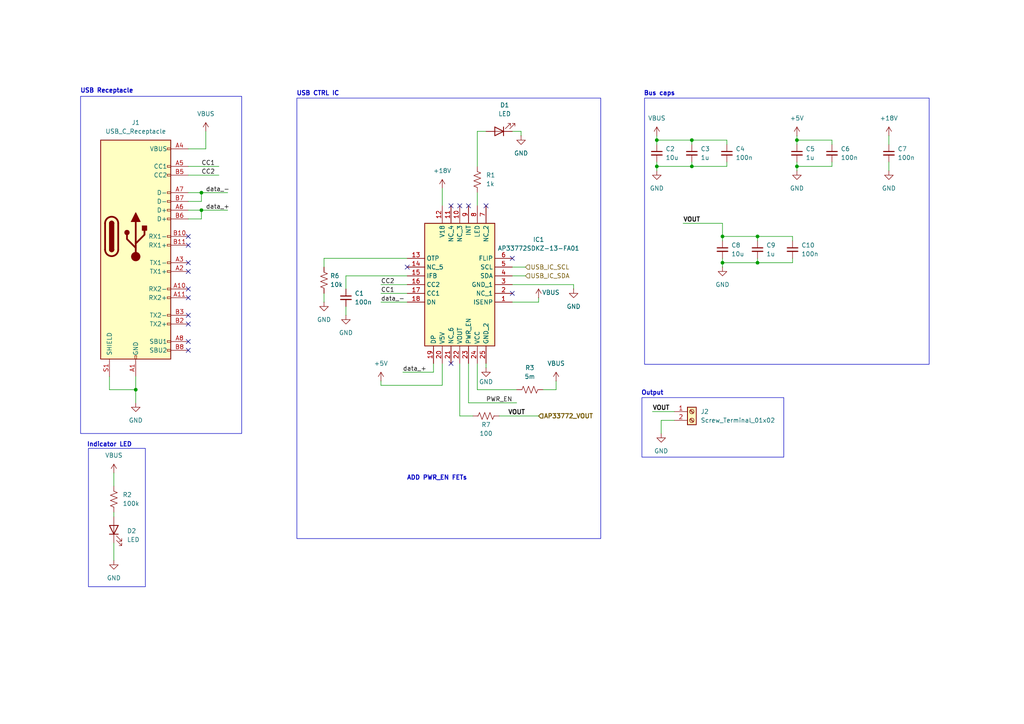
<source format=kicad_sch>
(kicad_sch (version 20250114) (generator "eeschema") (generator_version "9.0")
  (paper "A4")
  (lib_symbols
    (symbol "AP33772SDKZ-13-FA01:AP33772SDKZ-13-FA01"
      (property "Reference" "IC" (at 26.67 17.78 0))
      (property "Value" "AP33772SDKZ-13-FA01" (at 26.67 15.24 0))
      (symbol "AP33772SDKZ-13-FA01_1_1"
        (rectangle (start 5.08 12.7) (end 25.4 -22.86) (stroke (width 0.254)) (fill (type background)))
        (pin passive line (at 0 0 0) (length 5.08) (name "ISENP") (number "1"))
        (pin passive line (at 0 -2.54 0) (length 5.08) (name "NC_1") (number "2"))
        (pin passive line (at 0 -5.08 0) (length 5.08) (name "GND_1") (number "3"))
        (pin passive line (at 0 -7.62 0) (length 5.08) (name "SDA") (number "4"))
        (pin passive line (at 0 -10.16 0) (length 5.08) (name "SCL") (number "5"))
        (pin passive line (at 0 -12.7 0) (length 5.08) (name "FLIP") (number "6"))
        (pin passive line (at 7.62 17.78 270) (length 5.08) (name "GND_2") (number "25"))
        (pin passive line (at 7.62 -27.94 90) (length 5.08) (name "NC_2") (number "7"))
        (pin passive line (at 10.16 17.78 270) (length 5.08) (name "VCC") (number "24"))
        (pin passive line (at 10.16 -27.94 90) (length 5.08) (name "LED") (number "8"))
        (pin passive line (at 12.7 17.78 270) (length 5.08) (name "PWR_EN") (number "23"))
        (pin passive line (at 12.7 -27.94 90) (length 5.08) (name "INT") (number "9"))
        (pin passive line (at 15.24 17.78 270) (length 5.08) (name "VOUT") (number "22"))
        (pin passive line (at 15.24 -27.94 90) (length 5.08) (name "NC_3") (number "10"))
        (pin passive line (at 17.78 17.78 270) (length 5.08) (name "NC_6") (number "21"))
        (pin passive line (at 17.78 -27.94 90) (length 5.08) (name "NC_4") (number "11"))
        (pin passive line (at 20.32 17.78 270) (length 5.08) (name "V5V") (number "20"))
        (pin passive line (at 20.32 -27.94 90) (length 5.08) (name "V18") (number "12"))
        (pin passive line (at 22.86 17.78 270) (length 5.08) (name "DP") (number "19"))
        (pin passive line (at 30.48 0 180) (length 5.08) (name "DN") (number "18"))
        (pin passive line (at 30.48 -2.54 180) (length 5.08) (name "CC1") (number "17"))
        (pin passive line (at 30.48 -5.08 180) (length 5.08) (name "CC2") (number "16"))
        (pin passive line (at 30.48 -7.62 180) (length 5.08) (name "IFB") (number "15"))
        (pin passive line (at 30.48 -10.16 180) (length 5.08) (name "NC_5") (number "14"))
        (pin passive line (at 30.48 -12.7 180) (length 5.08) (name "OTP") (number "13"))
      )
    )
    (symbol "Connector:Screw_Terminal_01x02" (pin_names (offset 1.016) (hide yes))
      (property "Reference" "J" (at 0 2.54 0))
      (property "Value" "Screw_Terminal_01x02" (at 0 -5.08 0))
      (symbol "Screw_Terminal_01x02_1_1"
        (rectangle (start -1.27 1.27) (end 1.27 -3.81) (stroke (width 0.254)) (fill (type background)))
        (polyline (pts (xy -0.5334 0.3302) (xy 0.3302 -0.508)) (stroke (width 0.1524)))
        (polyline (pts (xy -0.5334 -2.2098) (xy 0.3302 -3.048)) (stroke (width 0.1524)))
        (polyline (pts (xy -0.3556 0.508) (xy 0.508 -0.3302)) (stroke (width 0.1524)))
        (polyline (pts (xy -0.3556 -2.032) (xy 0.508 -2.8702)) (stroke (width 0.1524)))
        (circle (center 0 0) (radius 0.635) (stroke (width 0.1524)))
        (circle (center 0 -2.54) (radius 0.635) (stroke (width 0.1524)))
        (pin passive line (at -5.08 0 0) (length 3.81) (name "Pin_1") (number "1"))
        (pin passive line (at -5.08 -2.54 0) (length 3.81) (name "Pin_2") (number "2"))
      )
    )
    (symbol "Connector:USB_C_Receptacle" (pin_names (offset 1.016))
      (property "Reference" "J" (at -10.16 29.21 0))
      (property "Value" "USB_C_Receptacle" (at 10.16 29.21 0))
      (symbol "USB_C_Receptacle_0_0"
        (rectangle (start -0.254 -35.56) (end 0.254 -34.544))
        (rectangle (start 10.16 25.654) (end 9.144 25.146))
        (rectangle (start 10.16 20.574) (end 9.144 20.066))
        (rectangle (start 10.16 18.034) (end 9.144 17.526))
        (rectangle (start 10.16 12.954) (end 9.144 12.446))
        (rectangle (start 10.16 10.414) (end 9.144 9.906))
        (rectangle (start 10.16 7.874) (end 9.144 7.366))
        (rectangle (start 10.16 5.334) (end 9.144 4.826))
        (rectangle (start 10.16 0.254) (end 9.144 -0.254))
        (rectangle (start 10.16 -2.286) (end 9.144 -2.794))
        (rectangle (start 10.16 -7.366) (end 9.144 -7.874))
        (rectangle (start 10.16 -9.906) (end 9.144 -10.414))
        (rectangle (start 10.16 -14.986) (end 9.144 -15.494))
        (rectangle (start 10.16 -17.526) (end 9.144 -18.034))
        (rectangle (start 10.16 -22.606) (end 9.144 -23.114))
        (rectangle (start 10.16 -25.146) (end 9.144 -25.654))
        (rectangle (start 10.16 -30.226) (end 9.144 -30.734))
        (rectangle (start 10.16 -32.766) (end 9.144 -33.274))
      )
      (symbol "USB_C_Receptacle_0_1"
        (rectangle (start -10.16 27.94) (end 10.16 -35.56) (stroke (width 0.254)) (fill (type background)))
        (polyline (pts (xy -8.89 -3.81) (xy -8.89 3.81)) (stroke (width 0.508)))
        (rectangle (start -7.62 -3.81) (end -6.35 3.81) (stroke (width 0.254)) (fill (type outline)))
        (arc (start -7.62 3.81) (mid -6.985 4.4423) (end -6.35 3.81) (stroke (width 0.254)))
        (arc (start -7.62 3.81) (mid -6.985 4.4423) (end -6.35 3.81) (stroke (width 0.254)) (fill (type outline)))
        (arc (start -8.89 3.81) (mid -6.985 5.7067) (end -5.08 3.81) (stroke (width 0.508)))
        (arc (start -5.08 -3.81) (mid -6.985 -5.7067) (end -8.89 -3.81) (stroke (width 0.508)))
        (arc (start -6.35 -3.81) (mid -6.985 -4.4423) (end -7.62 -3.81) (stroke (width 0.254)))
        (arc (start -6.35 -3.81) (mid -6.985 -4.4423) (end -7.62 -3.81) (stroke (width 0.254)) (fill (type outline)))
        (polyline (pts (xy -5.08 3.81) (xy -5.08 -3.81)) (stroke (width 0.508)))
      )
      (symbol "USB_C_Receptacle_1_1"
        (circle (center -2.54 1.143) (radius 0.635) (stroke (width 0.254)) (fill (type outline)))
        (polyline (pts (xy -1.27 4.318) (xy 0 6.858) (xy 1.27 4.318) (xy -1.27 4.318)) (stroke (width 0.254)) (fill (type outline)))
        (polyline (pts (xy 0 -2.032) (xy 2.54 0.508) (xy 2.54 1.778)) (stroke (width 0.508)))
        (polyline (pts (xy 0 -3.302) (xy -2.54 -0.762) (xy -2.54 0.508)) (stroke (width 0.508)))
        (polyline (pts (xy 0 -5.842) (xy 0 4.318)) (stroke (width 0.508)))
        (circle (center 0 -5.842) (radius 1.27) (fill (type outline)))
        (rectangle (start 1.905 1.778) (end 3.175 3.048) (stroke (width 0.254)) (fill (type outline)))
        (pin passive line (at -7.62 -40.64 90) (length 5.08) (name "SHIELD") (number "S1"))
        (pin passive line (at 0 -40.64 90) (length 5.08) (name "GND") (number "A1"))
        (pin passive line (at 0 -40.64 90) (length 5.08) (hide yes) (name "GND") (number "A12"))
        (pin passive line (at 0 -40.64 90) (length 5.08) (hide yes) (name "GND") (number "B1"))
        (pin passive line (at 0 -40.64 90) (length 5.08) (hide yes) (name "GND") (number "B12"))
        (pin passive line (at 15.24 25.4 180) (length 5.08) (name "VBUS") (number "A4"))
        (pin passive line (at 15.24 25.4 180) (length 5.08) (hide yes) (name "VBUS") (number "A9"))
        (pin passive line (at 15.24 25.4 180) (length 5.08) (hide yes) (name "VBUS") (number "B4"))
        (pin passive line (at 15.24 25.4 180) (length 5.08) (hide yes) (name "VBUS") (number "B9"))
        (pin bidirectional line (at 15.24 20.32 180) (length 5.08) (name "CC1") (number "A5"))
        (pin bidirectional line (at 15.24 17.78 180) (length 5.08) (name "CC2") (number "B5"))
        (pin bidirectional line (at 15.24 12.7 180) (length 5.08) (name "D-") (number "A7"))
        (pin bidirectional line (at 15.24 10.16 180) (length 5.08) (name "D-") (number "B7"))
        (pin bidirectional line (at 15.24 7.62 180) (length 5.08) (name "D+") (number "A6"))
        (pin bidirectional line (at 15.24 5.08 180) (length 5.08) (name "D+") (number "B6"))
        (pin bidirectional line (at 15.24 0 180) (length 5.08) (name "RX1-") (number "B10"))
        (pin bidirectional line (at 15.24 -2.54 180) (length 5.08) (name "RX1+") (number "B11"))
        (pin bidirectional line (at 15.24 -7.62 180) (length 5.08) (name "TX1-") (number "A3"))
        (pin bidirectional line (at 15.24 -10.16 180) (length 5.08) (name "TX1+") (number "A2"))
        (pin bidirectional line (at 15.24 -15.24 180) (length 5.08) (name "RX2-") (number "A10"))
        (pin bidirectional line (at 15.24 -17.78 180) (length 5.08) (name "RX2+") (number "A11"))
        (pin bidirectional line (at 15.24 -22.86 180) (length 5.08) (name "TX2-") (number "B3"))
        (pin bidirectional line (at 15.24 -25.4 180) (length 5.08) (name "TX2+") (number "B2"))
        (pin bidirectional line (at 15.24 -30.48 180) (length 5.08) (name "SBU1") (number "A8"))
        (pin bidirectional line (at 15.24 -33.02 180) (length 5.08) (name "SBU2") (number "B8"))
      )
    )
    (symbol "Device:C_Small" (pin_numbers (hide yes)) (pin_names (offset 0.254) (hide yes))
      (property "Reference" "C" (at 0.254 1.778 0))
      (property "Value" "C_Small" (at 0.254 -2.032 0))
      (symbol "C_Small_0_1"
        (polyline (pts (xy -1.524 0.508) (xy 1.524 0.508)) (stroke (width 0.3048)))
        (polyline (pts (xy -1.524 -0.508) (xy 1.524 -0.508)) (stroke (width 0.3302)))
      )
      (symbol "C_Small_1_1"
        (pin passive line (at 0 2.54 270) (length 2.032) (name "~") (number "1"))
        (pin passive line (at 0 -2.54 90) (length 2.032) (name "~") (number "2"))
      )
    )
    (symbol "Device:LED" (pin_numbers (hide yes)) (pin_names (offset 1.016) (hide yes))
      (property "Reference" "D" (at 0 2.54 0))
      (property "Value" "LED" (at 0 -2.54 0))
      (symbol "LED_0_1"
        (polyline (pts (xy -3.048 -0.762) (xy -4.572 -2.286) (xy -3.81 -2.286) (xy -4.572 -2.286) (xy -4.572 -1.524)))
        (polyline (pts (xy -1.778 -0.762) (xy -3.302 -2.286) (xy -2.54 -2.286) (xy -3.302 -2.286) (xy -3.302 -1.524)))
        (polyline (pts (xy -1.27 0) (xy 1.27 0)))
        (polyline (pts (xy -1.27 -1.27) (xy -1.27 1.27)) (stroke (width 0.254)))
        (polyline (pts (xy 1.27 -1.27) (xy 1.27 1.27) (xy -1.27 0) (xy 1.27 -1.27)) (stroke (width 0.254)))
      )
      (symbol "LED_1_1"
        (pin passive line (at -3.81 0 0) (length 2.54) (name "K") (number "1"))
        (pin passive line (at 3.81 0 180) (length 2.54) (name "A") (number "2"))
      )
    )
    (symbol "Device:R_US" (pin_numbers (hide yes)) (pin_names (offset 0))
      (property "Reference" "R" (at 2.54 0 90))
      (property "Value" "R_US" (at -2.54 0 90))
      (symbol "R_US_0_1"
        (polyline (pts (xy 0 2.286) (xy 0 2.54)))
        (polyline (pts (xy 0 2.286) (xy 1.016 1.905) (xy 0 1.524) (xy -1.016 1.143) (xy 0 0.762)))
        (polyline (pts (xy 0 0.762) (xy 1.016 0.381) (xy 0 0) (xy -1.016 -0.381) (xy 0 -0.762)))
        (polyline (pts (xy 0 -0.762) (xy 1.016 -1.143) (xy 0 -1.524) (xy -1.016 -1.905) (xy 0 -2.286)))
        (polyline (pts (xy 0 -2.286) (xy 0 -2.54)))
      )
      (symbol "R_US_1_1"
        (pin passive line (at 0 3.81 270) (length 1.27) (name "~") (number "1"))
        (pin passive line (at 0 -3.81 90) (length 1.27) (name "~") (number "2"))
      )
    )
    (symbol "power:+5V" (power) (pin_numbers (hide yes)) (pin_names (offset 0) (hide yes))
      (property "Value" "+5V" (at 0 3.556 0))
      (symbol "+5V_0_1"
        (polyline (pts (xy -0.762 1.27) (xy 0 2.54)))
        (polyline (pts (xy 0 2.54) (xy 0.762 1.27)))
        (polyline (pts (xy 0 0) (xy 0 2.54)))
      )
      (symbol "+5V_1_1"
        (pin power_in line (at 0 0 90) (length 0) (name "~") (number "1"))
      )
    )
    (symbol "power:GND" (power) (pin_numbers (hide yes)) (pin_names (offset 0) (hide yes))
      (property "Value" "GND" (at 0 -3.81 0))
      (symbol "GND_0_1"
        (polyline (pts (xy 0 0) (xy 0 -1.27) (xy 1.27 -1.27) (xy 0 -2.54) (xy -1.27 -1.27) (xy 0 -1.27)))
      )
      (symbol "GND_1_1"
        (pin power_in line (at 0 0 270) (length 0) (name "~") (number "1"))
      )
    )
    (symbol "power:VBUS" (power) (pin_numbers (hide yes)) (pin_names (offset 0) (hide yes))
      (property "Value" "VBUS" (at 0 3.556 0))
      (symbol "VBUS_0_1"
        (polyline (pts (xy -0.762 1.27) (xy 0 2.54)))
        (polyline (pts (xy 0 2.54) (xy 0.762 1.27)))
        (polyline (pts (xy 0 0) (xy 0 2.54)))
      )
      (symbol "VBUS_1_1"
        (pin power_in line (at 0 0 90) (length 0) (name "~") (number "1"))
      )
    )
  )
  (rectangle (start 23.368 27.94) (end 70.104 125.73))
  (rectangle (start 25.654 130.048) (end 42.164 170.18))
  (rectangle (start 186.182 115.316) (end 227.33 132.588))
  (rectangle (start 186.944 28.448) (end 269.494 105.664))
  (rectangle (start 86.106 28.448) (end 174.244 156.21))
  (text "ADD PWR_EN FETs\n" (at 126.746 138.684 0) (effects (font (size 1.27 1.27) (thickness 0.254) (bold yes))))
  (text "USB Receptacle\n" (at 30.988 26.416 0) (effects (font (size 1.27 1.27) (thickness 0.254) (bold yes))))
  (text "Indicator LED\n" (at 31.75 129.032 0) (effects (font (size 1.27 1.27) (thickness 0.254) (bold yes))))
  (text "Bus caps\n\n" (at 191.262 28.194 0) (effects (font (size 1.27 1.27) (thickness 0.254) (bold yes))))
  (text "USB CTRL IC\n" (at 92.202 27.178 0) (effects (font (size 1.27 1.27) (thickness 0.254) (bold yes))))
  (text "Output\n\n" (at 189.23 115.062 0) (effects (font (size 1.27 1.27) (thickness 0.254) (bold yes))))
  (junction (at 231.14 48.26))
  (junction (at 200.66 40.64))
  (junction (at 231.14 40.64))
  (junction (at 39.37 113.03))
  (junction (at 219.71 76.2))
  (junction (at 219.71 68.58))
  (junction (at 209.55 76.2))
  (junction (at 190.5 48.26))
  (junction (at 200.66 48.26))
  (junction (at 190.5 40.64))
  (junction (at 58.42 55.88))
  (junction (at 58.42 60.96))
  (junction (at 209.55 68.58))
  (no_connect (at 54.61 83.82))
  (no_connect (at 54.61 78.74))
  (no_connect (at 54.61 68.58))
  (no_connect (at 54.61 76.2))
  (no_connect (at 130.81 105.41))
  (no_connect (at 140.97 59.69))
  (no_connect (at 130.81 59.69))
  (no_connect (at 133.35 59.69))
  (no_connect (at 148.59 74.93))
  (no_connect (at 54.61 101.6))
  (no_connect (at 135.89 59.69))
  (no_connect (at 54.61 86.36))
  (no_connect (at 54.61 91.44))
  (no_connect (at 148.59 85.09))
  (no_connect (at 54.61 99.06))
  (no_connect (at 118.11 77.47))
  (no_connect (at 54.61 93.98))
  (no_connect (at 54.61 71.12))
  (wire (pts (xy 59.69 43.18) (xy 54.61 43.18)))
  (wire (pts (xy 110.49 82.55) (xy 118.11 82.55)))
  (wire (pts (xy 118.11 74.93) (xy 93.98 74.93)))
  (wire (pts (xy 54.61 63.5) (xy 58.42 63.5)))
  (wire (pts (xy 257.81 46.99) (xy 257.81 49.53)))
  (wire (pts (xy 257.81 39.37) (xy 257.81 41.91)))
  (wire (pts (xy 190.5 40.64) (xy 200.66 40.64)))
  (wire (pts (xy 110.49 85.09) (xy 118.11 85.09)))
  (wire (pts (xy 209.55 68.58) (xy 219.71 68.58)))
  (wire (pts (xy 54.61 60.96) (xy 58.42 60.96)))
  (wire (pts (xy 133.35 120.65) (xy 137.16 120.65)))
  (wire (pts (xy 110.49 111.76) (xy 128.27 111.76)))
  (wire (pts (xy 148.59 80.01) (xy 152.4 80.01)))
  (wire (pts (xy 138.43 38.1) (xy 138.43 48.26)))
  (wire (pts (xy 128.27 111.76) (xy 128.27 105.41)))
  (wire (pts (xy 100.33 80.01) (xy 100.33 83.82)))
  (wire (pts (xy 200.66 48.26) (xy 210.82 48.26)))
  (wire (pts (xy 116.84 107.95) (xy 125.73 107.95)))
  (wire (pts (xy 33.02 137.16) (xy 33.02 140.97)))
  (wire (pts (xy 231.14 40.64) (xy 241.3 40.64)))
  (wire (pts (xy 58.42 58.42) (xy 54.61 58.42)))
  (wire (pts (xy 191.77 121.92) (xy 191.77 125.73)))
  (wire (pts (xy 54.61 48.26) (xy 63.5 48.26)))
  (wire (pts (xy 241.3 40.64) (xy 241.3 41.91)))
  (wire (pts (xy 219.71 68.58) (xy 229.87 68.58)))
  (wire (pts (xy 58.42 55.88) (xy 66.04 55.88)))
  (wire (pts (xy 195.58 121.92) (xy 191.77 121.92)))
  (wire (pts (xy 200.66 40.64) (xy 200.66 41.91)))
  (wire (pts (xy 166.37 82.55) (xy 148.59 82.55)))
  (wire (pts (xy 138.43 105.41) (xy 138.43 113.03)))
  (wire (pts (xy 144.78 120.65) (xy 156.21 120.65)))
  (wire (pts (xy 231.14 39.37) (xy 231.14 40.64)))
  (wire (pts (xy 219.71 68.58) (xy 219.71 69.85)))
  (wire (pts (xy 200.66 40.64) (xy 210.82 40.64)))
  (wire (pts (xy 148.59 87.63) (xy 156.21 87.63)))
  (wire (pts (xy 209.55 76.2) (xy 209.55 77.47)))
  (wire (pts (xy 135.89 105.41) (xy 135.89 116.84)))
  (wire (pts (xy 58.42 60.96) (xy 58.42 63.5)))
  (wire (pts (xy 58.42 55.88) (xy 58.42 58.42)))
  (wire (pts (xy 58.42 60.96) (xy 66.04 60.96)))
  (wire (pts (xy 59.69 38.1) (xy 59.69 43.18)))
  (wire (pts (xy 148.59 38.1) (xy 151.13 38.1)))
  (wire (pts (xy 209.55 64.77) (xy 209.55 68.58)))
  (wire (pts (xy 219.71 76.2) (xy 229.87 76.2)))
  (wire (pts (xy 100.33 88.9) (xy 100.33 91.44)))
  (wire (pts (xy 229.87 76.2) (xy 229.87 74.93)))
  (wire (pts (xy 198.12 64.77) (xy 209.55 64.77)))
  (wire (pts (xy 151.13 38.1) (xy 151.13 39.37)))
  (wire (pts (xy 200.66 46.99) (xy 200.66 48.26)))
  (wire (pts (xy 190.5 40.64) (xy 190.5 41.91)))
  (wire (pts (xy 54.61 55.88) (xy 58.42 55.88)))
  (wire (pts (xy 39.37 113.03) (xy 39.37 116.84)))
  (wire (pts (xy 209.55 76.2) (xy 219.71 76.2)))
  (wire (pts (xy 210.82 40.64) (xy 210.82 41.91)))
  (wire (pts (xy 231.14 46.99) (xy 231.14 48.26)))
  (wire (pts (xy 161.29 110.49) (xy 161.29 113.03)))
  (wire (pts (xy 166.37 83.82) (xy 166.37 82.55)))
  (wire (pts (xy 189.23 119.38) (xy 195.58 119.38)))
  (wire (pts (xy 93.98 74.93) (xy 93.98 77.47)))
  (wire (pts (xy 209.55 74.93) (xy 209.55 76.2)))
  (wire (pts (xy 241.3 46.99) (xy 241.3 48.26)))
  (wire (pts (xy 125.73 105.41) (xy 125.73 107.95)))
  (wire (pts (xy 93.98 85.09) (xy 93.98 87.63)))
  (wire (pts (xy 31.75 109.22) (xy 31.75 113.03)))
  (wire (pts (xy 31.75 113.03) (xy 39.37 113.03)))
  (wire (pts (xy 110.49 110.49) (xy 110.49 111.76)))
  (wire (pts (xy 229.87 68.58) (xy 229.87 69.85)))
  (wire (pts (xy 231.14 40.64) (xy 231.14 41.91)))
  (wire (pts (xy 190.5 46.99) (xy 190.5 48.26)))
  (wire (pts (xy 140.97 38.1) (xy 138.43 38.1)))
  (wire (pts (xy 33.02 148.59) (xy 33.02 149.86)))
  (wire (pts (xy 138.43 113.03) (xy 149.86 113.03)))
  (wire (pts (xy 157.48 113.03) (xy 161.29 113.03)))
  (wire (pts (xy 128.27 54.61) (xy 128.27 59.69)))
  (wire (pts (xy 209.55 68.58) (xy 209.55 69.85)))
  (wire (pts (xy 231.14 48.26) (xy 241.3 48.26)))
  (wire (pts (xy 110.49 87.63) (xy 118.11 87.63)))
  (wire (pts (xy 156.21 86.36) (xy 156.21 87.63)))
  (wire (pts (xy 39.37 109.22) (xy 39.37 113.03)))
  (wire (pts (xy 118.11 80.01) (xy 100.33 80.01)))
  (wire (pts (xy 54.61 50.8) (xy 63.5 50.8)))
  (wire (pts (xy 190.5 39.37) (xy 190.5 40.64)))
  (wire (pts (xy 219.71 74.93) (xy 219.71 76.2)))
  (wire (pts (xy 231.14 48.26) (xy 231.14 49.53)))
  (wire (pts (xy 140.97 106.68) (xy 140.97 105.41)))
  (wire (pts (xy 138.43 55.88) (xy 138.43 59.69)))
  (wire (pts (xy 190.5 48.26) (xy 200.66 48.26)))
  (wire (pts (xy 133.35 105.41) (xy 133.35 120.65)))
  (wire (pts (xy 210.82 48.26) (xy 210.82 46.99)))
  (wire (pts (xy 148.59 77.47) (xy 152.4 77.47)))
  (wire (pts (xy 33.02 157.48) (xy 33.02 162.56)))
  (wire (pts (xy 135.89 116.84) (xy 149.86 116.84)))
  (wire (pts (xy 190.5 48.26) (xy 190.5 49.53)))
  (label "CC1" (at 110.49 85.09 0))
  (label "VOUT" (at 147.32 120.65 0) (effects (font (thickness 0.254) (bold yes))))
  (label "VOUT" (at 198.12 64.77 0) (effects (font (thickness 0.254) (bold yes))))
  (label "PWR_EN" (at 140.97 116.84 0))
  (label "data_-" (at 59.69 55.88 0))
  (label "data_+" (at 59.69 60.96 0))
  (label "CC2" (at 58.42 50.8 0))
  (label "data_-" (at 110.49 87.63 0))
  (label "CC2" (at 110.49 82.55 0))
  (label "VOUT" (at 189.23 119.38 0) (effects (font (thickness 0.254) (bold yes))))
  (label "data_+" (at 116.84 107.95 0))
  (label "CC1" (at 58.42 48.26 0))
  (hierarchical_label "USB_IC_SDA" (shape input) (at 152.4 80.01 0))
  (hierarchical_label "USB_IC_SCL" (shape input) (at 152.4 77.47 0))
  (hierarchical_label "AP33772_VOUT" (shape input) (at 156.21 120.65 0) (effects (font (thickness 0.254) (bold yes))))
  (symbol (lib_id "Device:C_Small") (at 210.82 44.45 0) (unit 1)
    (property "Reference" "C4" (at 213.36 43.1862 0) (effects (justify left)))
    (property "Value" "100n" (at 213.36 45.7262 0) (effects (justify left)))
    (property "Footprint" "Capacitor_SMD:C_0603_1608Metric_Pad1.08x0.95mm_HandSolder" (effects (hide yes)))
    (property "Description" "Unpolarized capacitor, small symbol" (effects (hide yes)))
  )
  (symbol (lib_id "power:VBUS") (at 161.29 110.49 0) (unit 1)
    (property "Reference" "#PWR011" (effects (hide yes)))
    (property "Value" "VBUS" (at 161.29 105.41 0))
    (property "Description" "Power symbol creates a global label with name \"VBUS\"" (effects (hide yes)))
  )
  (symbol (lib_id "power:GND") (at 257.81 49.53 0) (unit 1)
    (property "Reference" "#PWR017" (effects (hide yes)))
    (property "Value" "GND" (at 257.81 54.61 0))
    (property "Description" "Power symbol creates a global label with name \"GND\" , ground" (effects (hide yes)))
  )
  (symbol (lib_id "power:GND") (at 39.37 116.84 0) (unit 1)
    (property "Reference" "#PWR02" (effects (hide yes)))
    (property "Value" "GND" (at 39.37 121.92 0))
    (property "Description" "Power symbol creates a global label with name \"GND\" , ground" (effects (hide yes)))
  )
  (symbol (lib_id "power:GND") (at 166.37 83.82 0) (unit 1)
    (property "Reference" "#PWR010" (effects (hide yes)))
    (property "Value" "GND" (at 166.37 88.9 0))
    (property "Description" "Power symbol creates a global label with name \"GND\" , ground" (effects (hide yes)))
  )
  (symbol (lib_id "power:GND") (at 190.5 49.53 0) (unit 1)
    (property "Reference" "#PWR08" (effects (hide yes)))
    (property "Value" "GND" (at 190.5 54.61 0))
    (property "Description" "Power symbol creates a global label with name \"GND\" , ground" (effects (hide yes)))
  )
  (symbol (lib_id "Device:R_US") (at 93.98 81.28 0) (unit 1)
    (property "Reference" "R6" (at 95.758 80.01 0) (effects (justify left)))
    (property "Value" "10k" (at 95.758 82.55 0) (effects (justify left)))
    (property "Footprint" "Resistor_SMD:R_0603_1608Metric_Pad0.98x0.95mm_HandSolder" (effects (hide yes)))
    (property "Description" "Resistor, US symbol" (effects (hide yes)))
  )
  (symbol (lib_id "Device:C_Small") (at 190.5 44.45 0) (unit 1)
    (property "Reference" "C2" (at 193.04 43.1862 0) (effects (justify left)))
    (property "Value" "10u" (at 193.04 45.7262 0) (effects (justify left)))
    (property "Footprint" "Capacitor_SMD:C_0603_1608Metric_Pad1.08x0.95mm_HandSolder" (effects (hide yes)))
    (property "Description" "Unpolarized capacitor, small symbol" (effects (hide yes)))
  )
  (symbol (lib_id "power:GND") (at 191.77 125.73 0) (unit 1)
    (property "Reference" "#PWR021" (effects (hide yes)))
    (property "Value" "GND" (at 191.77 130.81 0))
    (property "Description" "Power symbol creates a global label with name \"GND\" , ground" (effects (hide yes)))
  )
  (symbol (lib_id "Device:C_Small") (at 219.71 72.39 0) (unit 1)
    (property "Reference" "C9" (at 222.25 71.1262 0) (effects (justify left)))
    (property "Value" "1u" (at 222.25 73.6662 0) (effects (justify left)))
    (property "Footprint" "Capacitor_SMD:C_0603_1608Metric_Pad1.08x0.95mm_HandSolder" (effects (hide yes)))
    (property "Description" "Unpolarized capacitor, small symbol" (effects (hide yes)))
  )
  (symbol (lib_id "Device:C_Small") (at 241.3 44.45 0) (unit 1)
    (property "Reference" "C6" (at 243.84 43.1862 0) (effects (justify left)))
    (property "Value" "100n" (at 243.84 45.7262 0) (effects (justify left)))
    (property "Footprint" "Capacitor_SMD:C_0603_1608Metric_Pad1.08x0.95mm_HandSolder" (effects (hide yes)))
    (property "Description" "Unpolarized capacitor, small symbol" (effects (hide yes)))
  )
  (symbol (lib_id "power:+5V") (at 110.49 110.49 0) (unit 1)
    (property "Reference" "#PWR04" (effects (hide yes)))
    (property "Value" "+5V" (at 110.49 105.41 0))
    (property "Description" "Power symbol creates a global label with name \"+5V\"" (effects (hide yes)))
  )
  (symbol (lib_id "AP33772SDKZ-13-FA01:AP33772SDKZ-13-FA01") (at 148.59 87.63 180) (unit 1)
    (property "Reference" "IC1" (at 156.21 69.4846 0))
    (property "Value" "AP33772SDKZ-13-FA01" (at 156.21 72.0246 0))
    (property "Footprint" "AP33772SDKZ13FA01" (effects (hide yes)))
    (property "Datasheet" "https://www.diodes.com/datasheet/download/AP33772S.pdf" (effects (hide yes)))
    (property "Description" "USB, Type-C Controller PMIC W-QFN4040-24 (Type A1)" (effects (hide yes)))
    (property "Height" "0.8" (effects (hide yes)))
    (property "Mouser Part Number" "621-P33772SDKZ13FA01" (effects (hide yes)))
    (property "Mouser Price/Stock" "https://www.mouser.co.uk/ProductDetail/Diodes-Incorporated/AP33772SDKZ-13-FA01?qs=2wMNvWM5ZX4CLYQ4%252BLyimw%3D%3D" (effects (hide yes)))
    (property "Manufacturer_Name" "Diodes Incorporated" (effects (hide yes)))
    (property "Manufacturer_Part_Number" "AP33772SDKZ-13-FA01" (effects (hide yes)))
  )
  (symbol (lib_id "Device:R_US") (at 33.02 144.78 0) (unit 1)
    (property "Reference" "R2" (at 35.56 143.5099 0) (effects (justify left)))
    (property "Value" "100k" (at 35.56 146.0499 0) (effects (justify left)))
    (property "Footprint" "Resistor_SMD:R_0603_1608Metric_Pad0.98x0.95mm_HandSolder" (effects (hide yes)))
    (property "Description" "Resistor, US symbol" (effects (hide yes)))
  )
  (symbol (lib_id "power:+5V") (at 231.14 39.37 0) (unit 1)
    (property "Reference" "#PWR013" (effects (hide yes)))
    (property "Value" "+5V" (at 231.14 34.29 0))
    (property "Description" "Power symbol creates a global label with name \"+5V\"" (effects (hide yes)))
  )
  (symbol (lib_id "Device:R_US") (at 153.67 113.03 270) (unit 1)
    (property "Reference" "R3" (at 153.67 106.68 90))
    (property "Value" "5m" (at 153.67 109.22 90))
    (property "Description" "Resistor, US symbol" (effects (hide yes)))
  )
  (symbol (lib_id "Device:LED") (at 144.78 38.1 180) (unit 1)
    (property "Reference" "D1" (at 146.3675 30.48 0))
    (property "Value" "LED" (at 146.3675 33.02 0))
    (property "Footprint" "LED_SMD:LED_0603_1608Metric_Pad1.05x0.95mm_HandSolder" (effects (hide yes)))
    (property "Description" "Light emitting diode" (effects (hide yes)))
    (property "Sim.Pins" "1=K 2=A" (effects (hide yes)))
  )
  (symbol (lib_id "power:VBUS") (at 156.21 86.36 0) (unit 1)
    (property "Reference" "#PWR020" (effects (hide yes)))
    (property "Value" "VBUS" (at 159.766 84.836 0))
    (property "Description" "Power symbol creates a global label with name \"VBUS\"" (effects (hide yes)))
  )
  (symbol (lib_id "power:GND") (at 151.13 39.37 0) (unit 1)
    (property "Reference" "#PWR03" (effects (hide yes)))
    (property "Value" "GND" (at 151.13 44.45 0))
    (property "Description" "Power symbol creates a global label with name \"GND\" , ground" (effects (hide yes)))
  )
  (symbol (lib_id "Device:R_US") (at 140.97 120.65 270) (unit 1)
    (property "Reference" "R7" (at 140.97 123.19 90))
    (property "Value" "100" (at 140.97 125.73 90))
    (property "Footprint" "Resistor_SMD:R_0603_1608Metric_Pad0.98x0.95mm_HandSolder" (effects (hide yes)))
    (property "Description" "Resistor, US symbol" (effects (hide yes)))
  )
  (symbol (lib_id "power:GND") (at 209.55 77.47 0) (unit 1)
    (property "Reference" "#PWR022" (effects (hide yes)))
    (property "Value" "GND" (at 209.55 82.55 0))
    (property "Description" "Power symbol creates a global label with name \"GND\" , ground" (effects (hide yes)))
  )
  (symbol (lib_id "Device:R_US") (at 138.43 52.07 0) (unit 1)
    (property "Reference" "R1" (at 140.97 50.7999 0) (effects (justify left)))
    (property "Value" "1k" (at 140.97 53.3399 0) (effects (justify left)))
    (property "Footprint" "Resistor_SMD:R_0603_1608Metric_Pad0.98x0.95mm_HandSolder" (effects (hide yes)))
    (property "Description" "Resistor, US symbol" (effects (hide yes)))
  )
  (symbol (lib_id "power:VBUS") (at 190.5 39.37 0) (unit 1)
    (property "Reference" "#PWR07" (effects (hide yes)))
    (property "Value" "VBUS" (at 190.5 34.29 0))
    (property "Description" "Power symbol creates a global label with name \"VBUS\"" (effects (hide yes)))
  )
  (symbol (lib_id "power:GND") (at 100.33 91.44 0) (unit 1)
    (property "Reference" "#PWR018" (effects (hide yes)))
    (property "Value" "GND" (at 100.33 96.52 0))
    (property "Description" "Power symbol creates a global label with name \"GND\" , ground" (effects (hide yes)))
  )
  (symbol (lib_id "Device:C_Small") (at 200.66 44.45 0) (unit 1)
    (property "Reference" "C3" (at 203.2 43.1862 0) (effects (justify left)))
    (property "Value" "1u" (at 203.2 45.7262 0) (effects (justify left)))
    (property "Footprint" "Capacitor_SMD:C_0603_1608Metric_Pad1.08x0.95mm_HandSolder" (effects (hide yes)))
    (property "Description" "Unpolarized capacitor, small symbol" (effects (hide yes)))
  )
  (symbol (lib_id "power:VBUS") (at 59.69 38.1 0) (unit 1)
    (property "Reference" "#PWR01" (effects (hide yes)))
    (property "Value" "VBUS" (at 59.69 33.02 0))
    (property "Description" "Power symbol creates a global label with name \"VBUS\"" (effects (hide yes)))
  )
  (symbol (lib_id "power:GND") (at 140.97 106.68 0) (unit 1)
    (property "Reference" "#PWR09" (effects (hide yes)))
    (property "Value" "GND" (at 140.97 110.744 0))
    (property "Description" "Power symbol creates a global label with name \"GND\" , ground" (effects (hide yes)))
  )
  (symbol (lib_id "Connector:Screw_Terminal_01x02") (at 200.66 119.38 0) (unit 1)
    (property "Reference" "J2" (at 203.2 119.3799 0) (effects (justify left)))
    (property "Value" "Screw_Terminal_01x02" (at 203.2 121.9199 0) (effects (justify left)))
    (property "Footprint" "TerminalBlock_Phoenix:TerminalBlock_Phoenix_PT-1,5-2-5.0-H_1x02_P5.00mm_Horizontal" (effects (hide yes)))
    (property "Description" "Generic screw terminal, single row, 01x02, script generated (kicad-library-utils/schlib/autogen/connector/)" (effects (hide yes)))
  )
  (symbol (lib_id "power:GND") (at 33.02 162.56 0) (unit 1)
    (property "Reference" "#PWR06" (effects (hide yes)))
    (property "Value" "GND" (at 33.02 167.64 0))
    (property "Description" "Power symbol creates a global label with name \"GND\" , ground" (effects (hide yes)))
  )
  (symbol (lib_id "Device:LED") (at 33.02 153.67 90) (unit 1)
    (property "Reference" "D2" (at 36.83 153.9874 90) (effects (justify right)))
    (property "Value" "LED" (at 36.83 156.5274 90) (effects (justify right)))
    (property "Footprint" "LED_SMD:LED_0603_1608Metric_Pad1.05x0.95mm_HandSolder" (effects (hide yes)))
    (property "Description" "Light emitting diode" (effects (hide yes)))
    (property "Sim.Pins" "1=K 2=A" (effects (hide yes)))
  )
  (symbol (lib_id "Device:C_Small") (at 257.81 44.45 0) (unit 1)
    (property "Reference" "C7" (at 260.35 43.1862 0) (effects (justify left)))
    (property "Value" "100n" (at 260.35 45.7262 0) (effects (justify left)))
    (property "Footprint" "Capacitor_SMD:C_0603_1608Metric_Pad1.08x0.95mm_HandSolder" (effects (hide yes)))
    (property "Description" "Unpolarized capacitor, small symbol" (effects (hide yes)))
  )
  (symbol (lib_id "Connector:USB_C_Receptacle") (at 39.37 68.58 0) (unit 1)
    (property "Reference" "J1" (at 39.37 35.56 0))
    (property "Value" "USB_C_Receptacle" (at 39.37 38.1 0))
    (property "Footprint" "USB-light-pro:CONN24_4056-03-A_GCT" (effects (hide yes)))
    (property "Datasheet" "https://www.usb.org/sites/default/files/documents/usb_type-c.zip" (effects (hide yes)))
    (property "Description" "USB Full-Featured Type-C Receptacle connector" (effects (hide yes)))
  )
  (symbol (lib_id "Device:C_Small") (at 231.14 44.45 0) (unit 1)
    (property "Reference" "C5" (at 233.68 43.1862 0) (effects (justify left)))
    (property "Value" "1u" (at 233.68 45.7262 0) (effects (justify left)))
    (property "Footprint" "Capacitor_SMD:C_0603_1608Metric_Pad1.08x0.95mm_HandSolder" (effects (hide yes)))
    (property "Description" "Unpolarized capacitor, small symbol" (effects (hide yes)))
  )
  (symbol (lib_id "Device:C_Small") (at 229.87 72.39 0) (unit 1)
    (property "Reference" "C10" (at 232.41 71.1262 0) (effects (justify left)))
    (property "Value" "100n" (at 232.41 73.6662 0) (effects (justify left)))
    (property "Footprint" "Capacitor_SMD:C_0603_1608Metric_Pad1.08x0.95mm_HandSolder" (effects (hide yes)))
    (property "Description" "Unpolarized capacitor, small symbol" (effects (hide yes)))
  )
  (symbol (lib_id "power:+5V") (at 128.27 54.61 0) (unit 1)
    (property "Reference" "#PWR015" (effects (hide yes)))
    (property "Value" "+18V" (at 128.27 49.53 0))
    (property "Description" "Power symbol creates a global label with name \"+5V\"" (effects (hide yes)))
  )
  (symbol (lib_id "power:GND") (at 93.98 87.63 0) (unit 1)
    (property "Reference" "#PWR019" (effects (hide yes)))
    (property "Value" "GND" (at 93.98 92.71 0))
    (property "Description" "Power symbol creates a global label with name \"GND\" , ground" (effects (hide yes)))
  )
  (symbol (lib_id "power:+5V") (at 257.81 39.37 0) (unit 1)
    (property "Reference" "#PWR016" (effects (hide yes)))
    (property "Value" "+18V" (at 257.81 34.29 0))
    (property "Description" "Power symbol creates a global label with name \"+5V\"" (effects (hide yes)))
  )
  (symbol (lib_id "Device:C_Small") (at 100.33 86.36 0) (unit 1)
    (property "Reference" "C1" (at 102.87 85.0962 0) (effects (justify left)))
    (property "Value" "100n" (at 102.87 87.6362 0) (effects (justify left)))
    (property "Footprint" "Capacitor_SMD:C_0603_1608Metric_Pad1.08x0.95mm_HandSolder" (effects (hide yes)))
    (property "Description" "Unpolarized capacitor, small symbol" (effects (hide yes)))
  )
  (symbol (lib_id "power:GND") (at 231.14 49.53 0) (unit 1)
    (property "Reference" "#PWR014" (effects (hide yes)))
    (property "Value" "GND" (at 231.14 54.61 0))
    (property "Description" "Power symbol creates a global label with name \"GND\" , ground" (effects (hide yes)))
  )
  (symbol (lib_id "Device:C_Small") (at 209.55 72.39 0) (unit 1)
    (property "Reference" "C8" (at 212.09 71.1262 0) (effects (justify left)))
    (property "Value" "10u" (at 212.09 73.6662 0) (effects (justify left)))
    (property "Footprint" "Capacitor_SMD:C_0603_1608Metric_Pad1.08x0.95mm_HandSolder" (effects (hide yes)))
    (property "Description" "Unpolarized capacitor, small symbol" (effects (hide yes)))
  )
  (symbol (lib_id "power:VBUS") (at 33.02 137.16 0) (unit 1)
    (property "Reference" "#PWR05" (effects (hide yes)))
    (property "Value" "VBUS" (at 33.02 132.08 0))
    (property "Description" "Power symbol creates a global label with name \"VBUS\"" (effects (hide yes)))
  )
)
</source>
